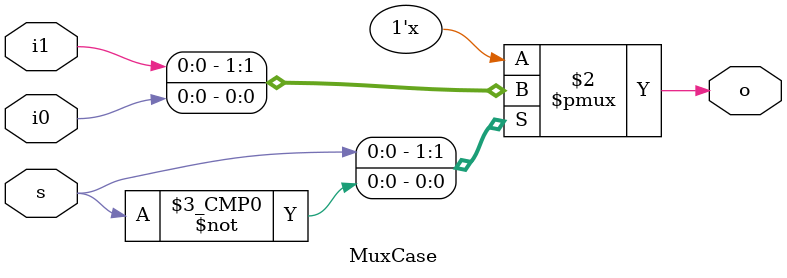
<source format=v>
module MuxCase(i0 , i1 , s , o);
	
	input i0 , i1 , s;
	output reg o;
	
	always @(i0 , i1 , s)  
	 begin
		case(s)
			1: o=i1;
			0: o=i0;
		endcase
	 end
endmodule
</source>
